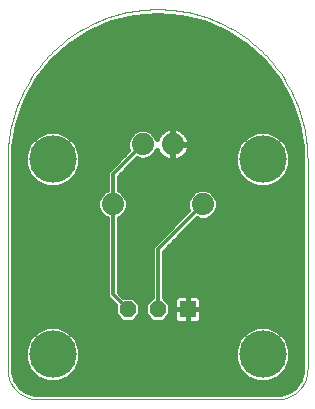
<source format=gbl>
G75*
%MOIN*%
%OFA0B0*%
%FSLAX25Y25*%
%IPPOS*%
%LPD*%
%AMOC8*
5,1,8,0,0,1.08239X$1,22.5*
%
%ADD10C,0.07400*%
%ADD11OC8,0.05600*%
%ADD12R,0.05600X0.05600*%
%ADD13C,0.00000*%
%ADD14C,0.15811*%
%ADD15C,0.01200*%
%ADD16C,0.01600*%
D10*
X0041800Y0089006D03*
X0051800Y0109006D03*
X0061800Y0109006D03*
X0071800Y0089006D03*
D11*
X0056800Y0054006D03*
X0046800Y0054006D03*
D12*
X0066800Y0054006D03*
D13*
X0096800Y0024006D02*
X0016800Y0024006D01*
X0016558Y0024009D01*
X0016317Y0024018D01*
X0016076Y0024032D01*
X0015835Y0024053D01*
X0015595Y0024079D01*
X0015355Y0024111D01*
X0015116Y0024149D01*
X0014879Y0024192D01*
X0014642Y0024242D01*
X0014407Y0024297D01*
X0014173Y0024357D01*
X0013941Y0024424D01*
X0013710Y0024495D01*
X0013481Y0024573D01*
X0013254Y0024656D01*
X0013029Y0024744D01*
X0012806Y0024838D01*
X0012586Y0024937D01*
X0012368Y0025042D01*
X0012153Y0025151D01*
X0011940Y0025266D01*
X0011730Y0025386D01*
X0011524Y0025511D01*
X0011320Y0025641D01*
X0011119Y0025776D01*
X0010922Y0025916D01*
X0010728Y0026060D01*
X0010538Y0026209D01*
X0010352Y0026363D01*
X0010169Y0026521D01*
X0009990Y0026683D01*
X0009815Y0026850D01*
X0009644Y0027021D01*
X0009477Y0027196D01*
X0009315Y0027375D01*
X0009157Y0027558D01*
X0009003Y0027744D01*
X0008854Y0027934D01*
X0008710Y0028128D01*
X0008570Y0028325D01*
X0008435Y0028526D01*
X0008305Y0028730D01*
X0008180Y0028936D01*
X0008060Y0029146D01*
X0007945Y0029359D01*
X0007836Y0029574D01*
X0007731Y0029792D01*
X0007632Y0030012D01*
X0007538Y0030235D01*
X0007450Y0030460D01*
X0007367Y0030687D01*
X0007289Y0030916D01*
X0007218Y0031147D01*
X0007151Y0031379D01*
X0007091Y0031613D01*
X0007036Y0031848D01*
X0006986Y0032085D01*
X0006943Y0032322D01*
X0006905Y0032561D01*
X0006873Y0032801D01*
X0006847Y0033041D01*
X0006826Y0033282D01*
X0006812Y0033523D01*
X0006803Y0033764D01*
X0006800Y0034006D01*
X0006800Y0104006D01*
X0006815Y0105224D01*
X0006859Y0106440D01*
X0006933Y0107656D01*
X0007037Y0108869D01*
X0007170Y0110079D01*
X0007333Y0111286D01*
X0007525Y0112488D01*
X0007746Y0113686D01*
X0007996Y0114878D01*
X0008275Y0116063D01*
X0008583Y0117241D01*
X0008920Y0118411D01*
X0009285Y0119573D01*
X0009678Y0120725D01*
X0010099Y0121868D01*
X0010548Y0122999D01*
X0011024Y0124120D01*
X0011528Y0125229D01*
X0012058Y0126325D01*
X0012615Y0127408D01*
X0013198Y0128477D01*
X0013806Y0129531D01*
X0014441Y0130571D01*
X0015100Y0131594D01*
X0015784Y0132602D01*
X0016493Y0133592D01*
X0017225Y0134565D01*
X0017981Y0135519D01*
X0018760Y0136455D01*
X0019561Y0137372D01*
X0020385Y0138269D01*
X0021230Y0139145D01*
X0022096Y0140001D01*
X0022983Y0140836D01*
X0023890Y0141648D01*
X0024816Y0142438D01*
X0025762Y0143206D01*
X0026725Y0143950D01*
X0027707Y0144670D01*
X0028706Y0145367D01*
X0029721Y0146039D01*
X0030753Y0146686D01*
X0031800Y0147307D01*
X0032862Y0147903D01*
X0033938Y0148473D01*
X0035027Y0149017D01*
X0036130Y0149533D01*
X0037245Y0150023D01*
X0038371Y0150486D01*
X0039508Y0150921D01*
X0040656Y0151328D01*
X0041813Y0151707D01*
X0042979Y0152058D01*
X0044153Y0152380D01*
X0045335Y0152674D01*
X0046524Y0152939D01*
X0047718Y0153174D01*
X0048918Y0153381D01*
X0050123Y0153558D01*
X0051331Y0153706D01*
X0052543Y0153824D01*
X0053758Y0153913D01*
X0054974Y0153973D01*
X0056191Y0154002D01*
X0057409Y0154002D01*
X0058626Y0153973D01*
X0059842Y0153913D01*
X0061057Y0153824D01*
X0062269Y0153706D01*
X0063477Y0153558D01*
X0064682Y0153381D01*
X0065882Y0153174D01*
X0067076Y0152939D01*
X0068265Y0152674D01*
X0069447Y0152380D01*
X0070621Y0152058D01*
X0071787Y0151707D01*
X0072944Y0151328D01*
X0074092Y0150921D01*
X0075229Y0150486D01*
X0076355Y0150023D01*
X0077470Y0149533D01*
X0078573Y0149017D01*
X0079662Y0148473D01*
X0080738Y0147903D01*
X0081800Y0147307D01*
X0082847Y0146686D01*
X0083879Y0146039D01*
X0084894Y0145367D01*
X0085893Y0144670D01*
X0086875Y0143950D01*
X0087838Y0143206D01*
X0088784Y0142438D01*
X0089710Y0141648D01*
X0090617Y0140836D01*
X0091504Y0140001D01*
X0092370Y0139145D01*
X0093215Y0138269D01*
X0094039Y0137372D01*
X0094840Y0136455D01*
X0095619Y0135519D01*
X0096375Y0134565D01*
X0097107Y0133592D01*
X0097816Y0132602D01*
X0098500Y0131594D01*
X0099159Y0130571D01*
X0099794Y0129531D01*
X0100402Y0128477D01*
X0100985Y0127408D01*
X0101542Y0126325D01*
X0102072Y0125229D01*
X0102576Y0124120D01*
X0103052Y0122999D01*
X0103501Y0121868D01*
X0103922Y0120725D01*
X0104315Y0119573D01*
X0104680Y0118411D01*
X0105017Y0117241D01*
X0105325Y0116063D01*
X0105604Y0114878D01*
X0105854Y0113686D01*
X0106075Y0112488D01*
X0106267Y0111286D01*
X0106430Y0110079D01*
X0106563Y0108869D01*
X0106667Y0107656D01*
X0106741Y0106440D01*
X0106785Y0105224D01*
X0106800Y0104006D01*
X0106800Y0034006D01*
X0106797Y0033764D01*
X0106788Y0033523D01*
X0106774Y0033282D01*
X0106753Y0033041D01*
X0106727Y0032801D01*
X0106695Y0032561D01*
X0106657Y0032322D01*
X0106614Y0032085D01*
X0106564Y0031848D01*
X0106509Y0031613D01*
X0106449Y0031379D01*
X0106382Y0031147D01*
X0106311Y0030916D01*
X0106233Y0030687D01*
X0106150Y0030460D01*
X0106062Y0030235D01*
X0105968Y0030012D01*
X0105869Y0029792D01*
X0105764Y0029574D01*
X0105655Y0029359D01*
X0105540Y0029146D01*
X0105420Y0028936D01*
X0105295Y0028730D01*
X0105165Y0028526D01*
X0105030Y0028325D01*
X0104890Y0028128D01*
X0104746Y0027934D01*
X0104597Y0027744D01*
X0104443Y0027558D01*
X0104285Y0027375D01*
X0104123Y0027196D01*
X0103956Y0027021D01*
X0103785Y0026850D01*
X0103610Y0026683D01*
X0103431Y0026521D01*
X0103248Y0026363D01*
X0103062Y0026209D01*
X0102872Y0026060D01*
X0102678Y0025916D01*
X0102481Y0025776D01*
X0102280Y0025641D01*
X0102076Y0025511D01*
X0101870Y0025386D01*
X0101660Y0025266D01*
X0101447Y0025151D01*
X0101232Y0025042D01*
X0101014Y0024937D01*
X0100794Y0024838D01*
X0100571Y0024744D01*
X0100346Y0024656D01*
X0100119Y0024573D01*
X0099890Y0024495D01*
X0099659Y0024424D01*
X0099427Y0024357D01*
X0099193Y0024297D01*
X0098958Y0024242D01*
X0098721Y0024192D01*
X0098484Y0024149D01*
X0098245Y0024111D01*
X0098005Y0024079D01*
X0097765Y0024053D01*
X0097524Y0024032D01*
X0097283Y0024018D01*
X0097042Y0024009D01*
X0096800Y0024006D01*
D14*
X0091800Y0039006D03*
X0091800Y0104006D03*
X0021800Y0104006D03*
X0021800Y0039006D03*
D15*
X0041800Y0059006D02*
X0046800Y0054006D01*
X0041800Y0059006D02*
X0041800Y0089006D01*
X0041800Y0099006D01*
X0051800Y0109006D01*
X0071800Y0089006D02*
X0056800Y0074006D01*
X0056800Y0054006D01*
D16*
X0059914Y0051181D02*
X0062200Y0051181D01*
X0062200Y0050969D02*
X0062323Y0050511D01*
X0062560Y0050101D01*
X0062895Y0049766D01*
X0063305Y0049529D01*
X0063763Y0049406D01*
X0066800Y0049406D01*
X0069837Y0049406D01*
X0070295Y0049529D01*
X0070705Y0049766D01*
X0071040Y0050101D01*
X0071277Y0050511D01*
X0071400Y0050969D01*
X0071400Y0054006D01*
X0071400Y0057043D01*
X0071277Y0057501D01*
X0071040Y0057911D01*
X0070705Y0058246D01*
X0070295Y0058483D01*
X0069837Y0058606D01*
X0066800Y0058606D01*
X0066800Y0054006D01*
X0066800Y0054006D01*
X0066800Y0058606D01*
X0063763Y0058606D01*
X0063305Y0058483D01*
X0062895Y0058246D01*
X0062560Y0057911D01*
X0062323Y0057501D01*
X0062200Y0057043D01*
X0062200Y0054006D01*
X0066800Y0054006D01*
X0071400Y0054006D01*
X0066800Y0054006D01*
X0066800Y0054006D01*
X0066800Y0054006D01*
X0062200Y0054006D01*
X0062200Y0050969D01*
X0063213Y0049582D02*
X0008600Y0049582D01*
X0008600Y0047984D02*
X0019158Y0047984D01*
X0019949Y0048311D02*
X0016529Y0046895D01*
X0013911Y0044277D01*
X0012494Y0040857D01*
X0012494Y0037155D01*
X0013911Y0033735D01*
X0016529Y0031117D01*
X0019949Y0029700D01*
X0023651Y0029700D01*
X0027071Y0031117D01*
X0029689Y0033735D01*
X0031105Y0037155D01*
X0031105Y0040857D01*
X0029689Y0044277D01*
X0027071Y0046895D01*
X0023651Y0048311D01*
X0019949Y0048311D01*
X0016019Y0046385D02*
X0008600Y0046385D01*
X0008600Y0044787D02*
X0014421Y0044787D01*
X0013460Y0043188D02*
X0008600Y0043188D01*
X0008600Y0041590D02*
X0012798Y0041590D01*
X0012494Y0039991D02*
X0008600Y0039991D01*
X0008600Y0038393D02*
X0012494Y0038393D01*
X0012644Y0036794D02*
X0008600Y0036794D01*
X0008600Y0035195D02*
X0013306Y0035195D01*
X0014049Y0033597D02*
X0008632Y0033597D01*
X0008600Y0034006D02*
X0008701Y0032723D01*
X0009494Y0030283D01*
X0011002Y0028208D01*
X0013077Y0026700D01*
X0015517Y0025907D01*
X0016800Y0025806D01*
X0096800Y0025806D01*
X0098083Y0025907D01*
X0100523Y0026700D01*
X0102598Y0028208D01*
X0104106Y0030283D01*
X0104899Y0032723D01*
X0105000Y0034006D01*
X0105000Y0104006D01*
X0104835Y0107986D01*
X0103525Y0115838D01*
X0100940Y0123368D01*
X0097151Y0130369D01*
X0092262Y0136651D01*
X0086405Y0142042D01*
X0079741Y0146397D01*
X0072451Y0149594D01*
X0064733Y0151549D01*
X0056800Y0152206D01*
X0048867Y0151549D01*
X0041149Y0149594D01*
X0033859Y0146397D01*
X0027195Y0142042D01*
X0021338Y0136651D01*
X0016449Y0130369D01*
X0012660Y0123368D01*
X0010075Y0115838D01*
X0008765Y0107986D01*
X0008600Y0104006D01*
X0008600Y0034006D01*
X0008936Y0031998D02*
X0015647Y0031998D01*
X0018260Y0030400D02*
X0009456Y0030400D01*
X0010570Y0028801D02*
X0103030Y0028801D01*
X0104144Y0030400D02*
X0095340Y0030400D01*
X0093651Y0029700D02*
X0097071Y0031117D01*
X0099689Y0033735D01*
X0101105Y0037155D01*
X0101105Y0040857D01*
X0099689Y0044277D01*
X0097071Y0046895D01*
X0093651Y0048311D01*
X0089949Y0048311D01*
X0086529Y0046895D01*
X0083911Y0044277D01*
X0082494Y0040857D01*
X0082494Y0037155D01*
X0083911Y0033735D01*
X0086529Y0031117D01*
X0089949Y0029700D01*
X0093651Y0029700D01*
X0097953Y0031998D02*
X0104664Y0031998D01*
X0104968Y0033597D02*
X0099551Y0033597D01*
X0100294Y0035195D02*
X0105000Y0035195D01*
X0105000Y0036794D02*
X0100956Y0036794D01*
X0101105Y0038393D02*
X0105000Y0038393D01*
X0105000Y0039991D02*
X0101105Y0039991D01*
X0100802Y0041590D02*
X0105000Y0041590D01*
X0105000Y0043188D02*
X0100140Y0043188D01*
X0099179Y0044787D02*
X0105000Y0044787D01*
X0105000Y0046385D02*
X0097581Y0046385D01*
X0094442Y0047984D02*
X0105000Y0047984D01*
X0105000Y0049582D02*
X0070387Y0049582D01*
X0071400Y0051181D02*
X0105000Y0051181D01*
X0105000Y0052779D02*
X0071400Y0052779D01*
X0071400Y0054378D02*
X0105000Y0054378D01*
X0105000Y0055976D02*
X0071400Y0055976D01*
X0071235Y0057575D02*
X0105000Y0057575D01*
X0105000Y0059173D02*
X0058800Y0059173D01*
X0058800Y0057946D02*
X0058800Y0073177D01*
X0069897Y0084274D01*
X0070786Y0083906D01*
X0072814Y0083906D01*
X0074689Y0084682D01*
X0076124Y0086117D01*
X0076900Y0087991D01*
X0076900Y0090020D01*
X0076124Y0091895D01*
X0074689Y0093329D01*
X0072814Y0094106D01*
X0070786Y0094106D01*
X0068911Y0093329D01*
X0067476Y0091895D01*
X0066700Y0090020D01*
X0066700Y0087991D01*
X0067068Y0087103D01*
X0054800Y0074834D01*
X0054800Y0057946D01*
X0052600Y0055746D01*
X0052600Y0052266D01*
X0055060Y0049806D01*
X0058540Y0049806D01*
X0061000Y0052266D01*
X0061000Y0055746D01*
X0058800Y0057946D01*
X0059171Y0057575D02*
X0062365Y0057575D01*
X0062200Y0055976D02*
X0060769Y0055976D01*
X0061000Y0054378D02*
X0062200Y0054378D01*
X0062200Y0052779D02*
X0061000Y0052779D01*
X0066800Y0052779D02*
X0066800Y0052779D01*
X0066800Y0054006D02*
X0066800Y0049406D01*
X0066800Y0054006D01*
X0066800Y0054006D01*
X0066800Y0054378D02*
X0066800Y0054378D01*
X0066800Y0055976D02*
X0066800Y0055976D01*
X0066800Y0057575D02*
X0066800Y0057575D01*
X0066800Y0051181D02*
X0066800Y0051181D01*
X0066800Y0049582D02*
X0066800Y0049582D01*
X0058800Y0060772D02*
X0105000Y0060772D01*
X0105000Y0062370D02*
X0058800Y0062370D01*
X0058800Y0063969D02*
X0105000Y0063969D01*
X0105000Y0065567D02*
X0058800Y0065567D01*
X0058800Y0067166D02*
X0105000Y0067166D01*
X0105000Y0068764D02*
X0058800Y0068764D01*
X0058800Y0070363D02*
X0105000Y0070363D01*
X0105000Y0071961D02*
X0058800Y0071961D01*
X0059182Y0073560D02*
X0105000Y0073560D01*
X0105000Y0075158D02*
X0060781Y0075158D01*
X0062379Y0076757D02*
X0105000Y0076757D01*
X0105000Y0078355D02*
X0063978Y0078355D01*
X0065576Y0079954D02*
X0105000Y0079954D01*
X0105000Y0081552D02*
X0067175Y0081552D01*
X0068773Y0083151D02*
X0105000Y0083151D01*
X0105000Y0084749D02*
X0074756Y0084749D01*
X0076219Y0086348D02*
X0105000Y0086348D01*
X0105000Y0087946D02*
X0076881Y0087946D01*
X0076900Y0089545D02*
X0105000Y0089545D01*
X0105000Y0091143D02*
X0076435Y0091143D01*
X0075276Y0092742D02*
X0105000Y0092742D01*
X0105000Y0094340D02*
X0043800Y0094340D01*
X0043800Y0093698D02*
X0043800Y0098177D01*
X0049897Y0104274D01*
X0050786Y0103906D01*
X0052814Y0103906D01*
X0054689Y0104682D01*
X0056124Y0106117D01*
X0056590Y0107243D01*
X0056703Y0106895D01*
X0057096Y0106123D01*
X0057605Y0105423D01*
X0058217Y0104811D01*
X0058917Y0104302D01*
X0059689Y0103909D01*
X0060512Y0103641D01*
X0061367Y0103506D01*
X0061600Y0103506D01*
X0061600Y0108806D01*
X0062000Y0108806D01*
X0062000Y0109206D01*
X0061600Y0109206D01*
X0061600Y0114506D01*
X0061367Y0114506D01*
X0060512Y0114370D01*
X0059689Y0114103D01*
X0058917Y0113710D01*
X0058217Y0113201D01*
X0057605Y0112589D01*
X0057096Y0111889D01*
X0056703Y0111117D01*
X0056590Y0110769D01*
X0056124Y0111895D01*
X0054689Y0113329D01*
X0052814Y0114106D01*
X0050786Y0114106D01*
X0048911Y0113329D01*
X0047476Y0111895D01*
X0046700Y0110020D01*
X0046700Y0107991D01*
X0047068Y0107103D01*
X0039800Y0099834D01*
X0039800Y0093698D01*
X0038911Y0093329D01*
X0037476Y0091895D01*
X0036700Y0090020D01*
X0036700Y0087991D01*
X0037476Y0086117D01*
X0038911Y0084682D01*
X0039800Y0084314D01*
X0039800Y0058177D01*
X0042600Y0055377D01*
X0042600Y0052266D01*
X0045060Y0049806D01*
X0048540Y0049806D01*
X0051000Y0052266D01*
X0051000Y0055746D01*
X0048540Y0058206D01*
X0045428Y0058206D01*
X0043800Y0059834D01*
X0043800Y0084314D01*
X0044689Y0084682D01*
X0046124Y0086117D01*
X0046900Y0087991D01*
X0046900Y0090020D01*
X0046124Y0091895D01*
X0044689Y0093329D01*
X0043800Y0093698D01*
X0045276Y0092742D02*
X0068323Y0092742D01*
X0067165Y0091143D02*
X0046435Y0091143D01*
X0046900Y0089545D02*
X0066700Y0089545D01*
X0066719Y0087946D02*
X0046881Y0087946D01*
X0046219Y0086348D02*
X0066314Y0086348D01*
X0064715Y0084749D02*
X0044756Y0084749D01*
X0043800Y0083151D02*
X0063117Y0083151D01*
X0061518Y0081552D02*
X0043800Y0081552D01*
X0043800Y0079954D02*
X0059919Y0079954D01*
X0058321Y0078355D02*
X0043800Y0078355D01*
X0043800Y0076757D02*
X0056722Y0076757D01*
X0055124Y0075158D02*
X0043800Y0075158D01*
X0043800Y0073560D02*
X0054800Y0073560D01*
X0054800Y0071961D02*
X0043800Y0071961D01*
X0043800Y0070363D02*
X0054800Y0070363D01*
X0054800Y0068764D02*
X0043800Y0068764D01*
X0043800Y0067166D02*
X0054800Y0067166D01*
X0054800Y0065567D02*
X0043800Y0065567D01*
X0043800Y0063969D02*
X0054800Y0063969D01*
X0054800Y0062370D02*
X0043800Y0062370D01*
X0043800Y0060772D02*
X0054800Y0060772D01*
X0054800Y0059173D02*
X0044461Y0059173D01*
X0042001Y0055976D02*
X0008600Y0055976D01*
X0008600Y0054378D02*
X0042600Y0054378D01*
X0042600Y0052779D02*
X0008600Y0052779D01*
X0008600Y0051181D02*
X0043686Y0051181D01*
X0040403Y0057575D02*
X0008600Y0057575D01*
X0008600Y0059173D02*
X0039800Y0059173D01*
X0039800Y0060772D02*
X0008600Y0060772D01*
X0008600Y0062370D02*
X0039800Y0062370D01*
X0039800Y0063969D02*
X0008600Y0063969D01*
X0008600Y0065567D02*
X0039800Y0065567D01*
X0039800Y0067166D02*
X0008600Y0067166D01*
X0008600Y0068764D02*
X0039800Y0068764D01*
X0039800Y0070363D02*
X0008600Y0070363D01*
X0008600Y0071961D02*
X0039800Y0071961D01*
X0039800Y0073560D02*
X0008600Y0073560D01*
X0008600Y0075158D02*
X0039800Y0075158D01*
X0039800Y0076757D02*
X0008600Y0076757D01*
X0008600Y0078355D02*
X0039800Y0078355D01*
X0039800Y0079954D02*
X0008600Y0079954D01*
X0008600Y0081552D02*
X0039800Y0081552D01*
X0039800Y0083151D02*
X0008600Y0083151D01*
X0008600Y0084749D02*
X0038844Y0084749D01*
X0037381Y0086348D02*
X0008600Y0086348D01*
X0008600Y0087946D02*
X0036719Y0087946D01*
X0036700Y0089545D02*
X0008600Y0089545D01*
X0008600Y0091143D02*
X0037165Y0091143D01*
X0038323Y0092742D02*
X0008600Y0092742D01*
X0008600Y0094340D02*
X0039800Y0094340D01*
X0039800Y0095939D02*
X0026641Y0095939D01*
X0027071Y0096117D02*
X0029689Y0098735D01*
X0031105Y0102155D01*
X0031105Y0105857D01*
X0029689Y0109277D01*
X0027071Y0111895D01*
X0023651Y0113311D01*
X0019949Y0113311D01*
X0016529Y0111895D01*
X0013911Y0109277D01*
X0012494Y0105857D01*
X0012494Y0102155D01*
X0013911Y0098735D01*
X0016529Y0096117D01*
X0019949Y0094700D01*
X0023651Y0094700D01*
X0027071Y0096117D01*
X0028491Y0097537D02*
X0039800Y0097537D01*
X0039800Y0099136D02*
X0029855Y0099136D01*
X0030517Y0100734D02*
X0040700Y0100734D01*
X0042299Y0102333D02*
X0031105Y0102333D01*
X0031105Y0103931D02*
X0043897Y0103931D01*
X0045496Y0105530D02*
X0031105Y0105530D01*
X0030579Y0107128D02*
X0047057Y0107128D01*
X0046700Y0108727D02*
X0029917Y0108727D01*
X0028640Y0110326D02*
X0046826Y0110326D01*
X0047506Y0111924D02*
X0027000Y0111924D01*
X0016600Y0111924D02*
X0009422Y0111924D01*
X0009688Y0113523D02*
X0049377Y0113523D01*
X0054223Y0113523D02*
X0058659Y0113523D01*
X0057122Y0111924D02*
X0056094Y0111924D01*
X0056543Y0107128D02*
X0056627Y0107128D01*
X0057527Y0105530D02*
X0055537Y0105530D01*
X0052876Y0103931D02*
X0059644Y0103931D01*
X0061600Y0103931D02*
X0062000Y0103931D01*
X0062000Y0103506D02*
X0062233Y0103506D01*
X0063088Y0103641D01*
X0063911Y0103909D01*
X0064683Y0104302D01*
X0065383Y0104811D01*
X0065995Y0105423D01*
X0066504Y0106123D01*
X0066897Y0106895D01*
X0067165Y0107718D01*
X0067300Y0108573D01*
X0067300Y0108806D01*
X0062000Y0108806D01*
X0062000Y0103506D01*
X0062000Y0105530D02*
X0061600Y0105530D01*
X0061600Y0107128D02*
X0062000Y0107128D01*
X0062000Y0108727D02*
X0061600Y0108727D01*
X0062000Y0109206D02*
X0067300Y0109206D01*
X0067300Y0109439D01*
X0067165Y0110294D01*
X0066897Y0111117D01*
X0066504Y0111889D01*
X0065995Y0112589D01*
X0065383Y0113201D01*
X0064683Y0113710D01*
X0063911Y0114103D01*
X0063088Y0114370D01*
X0062233Y0114506D01*
X0062000Y0114506D01*
X0062000Y0109206D01*
X0062000Y0110326D02*
X0061600Y0110326D01*
X0061600Y0111924D02*
X0062000Y0111924D01*
X0062000Y0113523D02*
X0061600Y0113523D01*
X0064941Y0113523D02*
X0103912Y0113523D01*
X0103645Y0115121D02*
X0009955Y0115121D01*
X0010377Y0116720D02*
X0103223Y0116720D01*
X0102674Y0118318D02*
X0010926Y0118318D01*
X0011475Y0119917D02*
X0102125Y0119917D01*
X0101576Y0121515D02*
X0012024Y0121515D01*
X0012573Y0123114D02*
X0101027Y0123114D01*
X0100213Y0124712D02*
X0013387Y0124712D01*
X0014252Y0126311D02*
X0099348Y0126311D01*
X0098483Y0127909D02*
X0015117Y0127909D01*
X0015983Y0129508D02*
X0097617Y0129508D01*
X0096578Y0131106D02*
X0017022Y0131106D01*
X0018267Y0132705D02*
X0095333Y0132705D01*
X0094089Y0134303D02*
X0019511Y0134303D01*
X0020755Y0135902D02*
X0092845Y0135902D01*
X0091339Y0137500D02*
X0022261Y0137500D01*
X0023997Y0139099D02*
X0089603Y0139099D01*
X0087866Y0140697D02*
X0025734Y0140697D01*
X0027583Y0142296D02*
X0086017Y0142296D01*
X0083571Y0143894D02*
X0030029Y0143894D01*
X0032476Y0145493D02*
X0081124Y0145493D01*
X0078157Y0147091D02*
X0035443Y0147091D01*
X0039087Y0148690D02*
X0074513Y0148690D01*
X0069710Y0150288D02*
X0043890Y0150288D01*
X0052949Y0151887D02*
X0060651Y0151887D01*
X0066478Y0111924D02*
X0086600Y0111924D01*
X0086529Y0111895D02*
X0083911Y0109277D01*
X0082494Y0105857D01*
X0082494Y0102155D01*
X0083911Y0098735D01*
X0086529Y0096117D01*
X0089949Y0094700D01*
X0093651Y0094700D01*
X0097071Y0096117D01*
X0099689Y0098735D01*
X0101105Y0102155D01*
X0101105Y0105857D01*
X0099689Y0109277D01*
X0097071Y0111895D01*
X0093651Y0113311D01*
X0089949Y0113311D01*
X0086529Y0111895D01*
X0084960Y0110326D02*
X0067154Y0110326D01*
X0067300Y0108727D02*
X0083683Y0108727D01*
X0083021Y0107128D02*
X0066973Y0107128D01*
X0066073Y0105530D02*
X0082494Y0105530D01*
X0082494Y0103931D02*
X0063956Y0103931D01*
X0050724Y0103931D02*
X0049554Y0103931D01*
X0047955Y0102333D02*
X0082494Y0102333D01*
X0083083Y0100734D02*
X0046357Y0100734D01*
X0044758Y0099136D02*
X0083745Y0099136D01*
X0085109Y0097537D02*
X0043800Y0097537D01*
X0043800Y0095939D02*
X0086959Y0095939D01*
X0096641Y0095939D02*
X0105000Y0095939D01*
X0105000Y0097537D02*
X0098491Y0097537D01*
X0099855Y0099136D02*
X0105000Y0099136D01*
X0105000Y0100734D02*
X0100517Y0100734D01*
X0101105Y0102333D02*
X0105000Y0102333D01*
X0105000Y0103931D02*
X0101105Y0103931D01*
X0101105Y0105530D02*
X0104937Y0105530D01*
X0104871Y0107128D02*
X0100579Y0107128D01*
X0099917Y0108727D02*
X0104712Y0108727D01*
X0104445Y0110326D02*
X0098640Y0110326D01*
X0097000Y0111924D02*
X0104178Y0111924D01*
X0089158Y0047984D02*
X0024442Y0047984D01*
X0027581Y0046385D02*
X0086019Y0046385D01*
X0084421Y0044787D02*
X0029179Y0044787D01*
X0030140Y0043188D02*
X0083460Y0043188D01*
X0082798Y0041590D02*
X0030802Y0041590D01*
X0031105Y0039991D02*
X0082494Y0039991D01*
X0082494Y0038393D02*
X0031105Y0038393D01*
X0030956Y0036794D02*
X0082644Y0036794D01*
X0083306Y0035195D02*
X0030294Y0035195D01*
X0029551Y0033597D02*
X0084049Y0033597D01*
X0085647Y0031998D02*
X0027953Y0031998D01*
X0025340Y0030400D02*
X0088260Y0030400D01*
X0101215Y0027203D02*
X0012385Y0027203D01*
X0049914Y0051181D02*
X0053686Y0051181D01*
X0052600Y0052779D02*
X0051000Y0052779D01*
X0051000Y0054378D02*
X0052600Y0054378D01*
X0052831Y0055976D02*
X0050769Y0055976D01*
X0049171Y0057575D02*
X0054429Y0057575D01*
X0016959Y0095939D02*
X0008600Y0095939D01*
X0008600Y0097537D02*
X0015109Y0097537D01*
X0013745Y0099136D02*
X0008600Y0099136D01*
X0008600Y0100734D02*
X0013083Y0100734D01*
X0012494Y0102333D02*
X0008600Y0102333D01*
X0008600Y0103931D02*
X0012494Y0103931D01*
X0012494Y0105530D02*
X0008663Y0105530D01*
X0008729Y0107128D02*
X0013021Y0107128D01*
X0013683Y0108727D02*
X0008888Y0108727D01*
X0009155Y0110326D02*
X0014960Y0110326D01*
M02*

</source>
